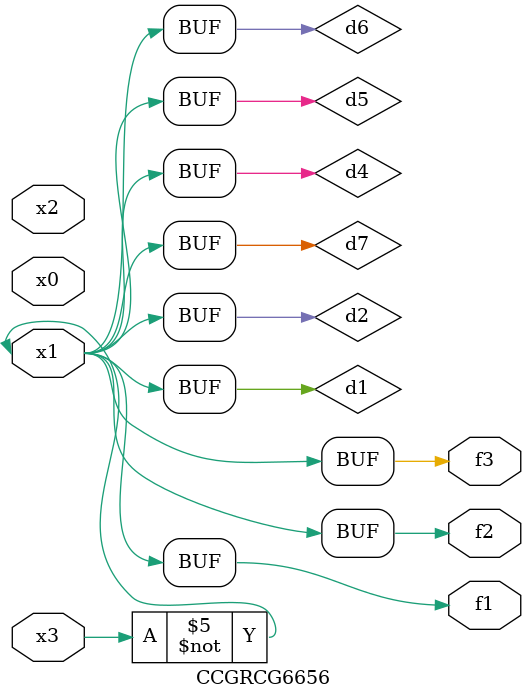
<source format=v>
module CCGRCG6656(
	input x0, x1, x2, x3,
	output f1, f2, f3
);

	wire d1, d2, d3, d4, d5, d6, d7;

	not (d1, x3);
	buf (d2, x1);
	xnor (d3, d1, d2);
	nor (d4, d1);
	buf (d5, d1, d2);
	buf (d6, d4, d5);
	nand (d7, d4);
	assign f1 = d6;
	assign f2 = d7;
	assign f3 = d6;
endmodule

</source>
